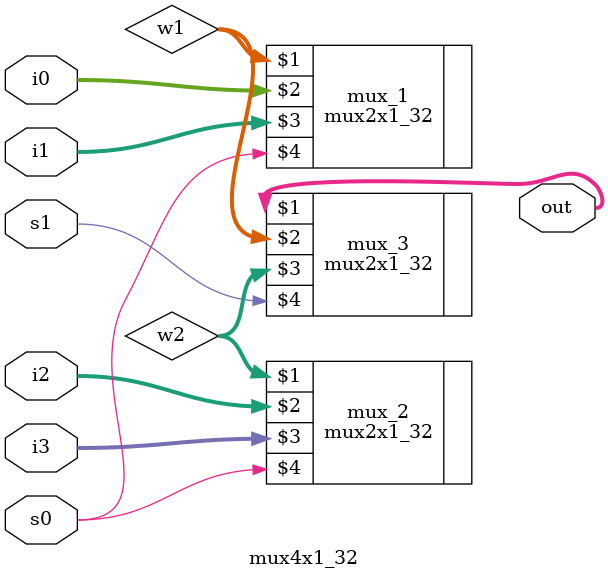
<source format=v>
module mux4x1_32(out,i0,i1,i2,i3,s1,s0);
input [31:0] i0,i1,i2,i3;
input s1,s0;
output [31:0] out;
wire [31:0]w1,w2;
mux2x1_32 mux_1(w1,i0,i1,s0);
mux2x1_32 mux_2(w2,i2,i3,s0);
mux2x1_32 mux_3(out,w1,w2,s1);
endmodule
</source>
